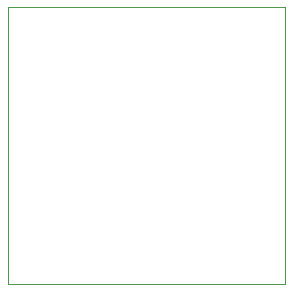
<source format=gbr>
%TF.GenerationSoftware,KiCad,Pcbnew,7.0.6*%
%TF.CreationDate,2025-06-23T03:35:23-07:00*%
%TF.ProjectId,LED Project,4c454420-5072-46f6-9a65-63742e6b6963,rev?*%
%TF.SameCoordinates,Original*%
%TF.FileFunction,Profile,NP*%
%FSLAX46Y46*%
G04 Gerber Fmt 4.6, Leading zero omitted, Abs format (unit mm)*
G04 Created by KiCad (PCBNEW 7.0.6) date 2025-06-23 03:35:23*
%MOMM*%
%LPD*%
G01*
G04 APERTURE LIST*
%TA.AperFunction,Profile*%
%ADD10C,0.100000*%
%TD*%
G04 APERTURE END LIST*
D10*
X121000000Y-106500000D02*
X97500000Y-106500000D01*
X97500000Y-83000000D01*
X121000000Y-83000000D01*
X121000000Y-106500000D01*
M02*

</source>
